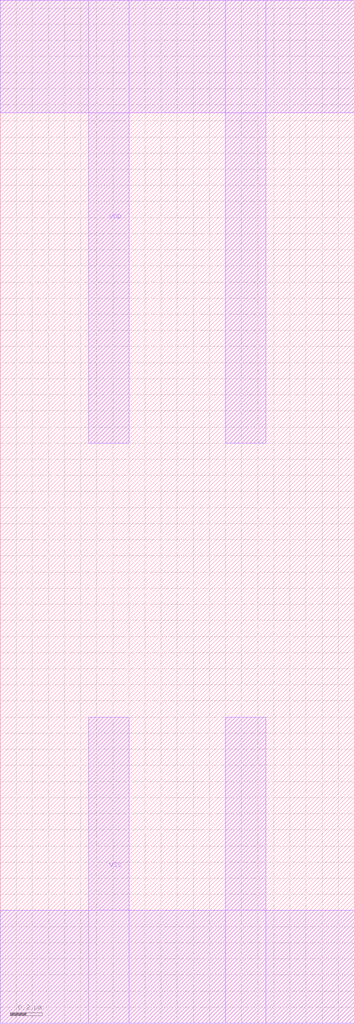
<source format=lef>
# Copyright 2022 Google LLC
# Licensed under the Apache License, Version 2.0 (the "License");
# you may not use this file except in compliance with the License.
# You may obtain a copy of the License at
#
#      http://www.apache.org/licenses/LICENSE-2.0
#
# Unless required by applicable law or agreed to in writing, software
# distributed under the License is distributed on an "AS IS" BASIS,
# WITHOUT WARRANTIES OR CONDITIONS OF ANY KIND, either express or implied.
# See the License for the specific language governing permissions and
# limitations under the License.
VERSION 5.7 ;
BUSBITCHARS "[]" ;
DIVIDERCHAR "/" ;

MACRO gf180mcu_osu_sc_gp9t3v3__decap_1
  CLASS CORE ;
  ORIGIN 0 0 ;
  FOREIGN gf180mcu_osu_sc_gp9t3v3__decap_1 0 0 ;
  SIZE 2.2 BY 6.35 ;
  SYMMETRY X Y ;
  SITE gf180mcu_osu_sc_gp9t3v3 ;
  PIN VDD
    DIRECTION INOUT ;
    USE POWER ;
    SHAPE ABUTMENT ;
    PORT
      LAYER Metal1 ;
        RECT 0 5.65 2.2 6.35 ;
        RECT 1.4 3.6 1.65 6.35 ;
        RECT 0.55 3.6 0.8 6.35 ;
    END
  END VDD
  PIN VSS
    DIRECTION INOUT ;
    USE GROUND ;
    SHAPE ABUTMENT ;
    PORT
      LAYER Metal1 ;
        RECT 0 0 2.2 0.7 ;
        RECT 1.4 0 1.65 1.9 ;
        RECT 0.55 0 0.8 1.9 ;
    END
  END VSS
END gf180mcu_osu_sc_gp9t3v3__decap_1

</source>
